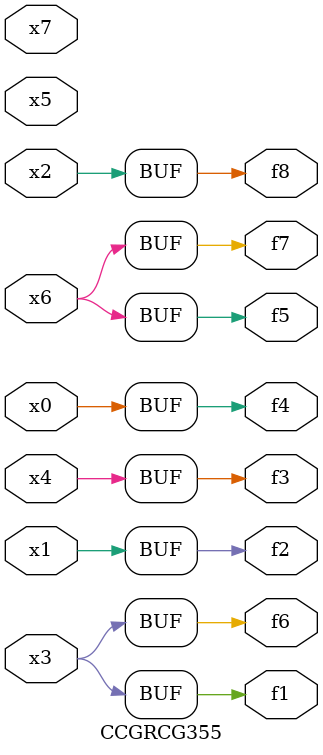
<source format=v>
module CCGRCG355(
	input x0, x1, x2, x3, x4, x5, x6, x7,
	output f1, f2, f3, f4, f5, f6, f7, f8
);
	assign f1 = x3;
	assign f2 = x1;
	assign f3 = x4;
	assign f4 = x0;
	assign f5 = x6;
	assign f6 = x3;
	assign f7 = x6;
	assign f8 = x2;
endmodule

</source>
